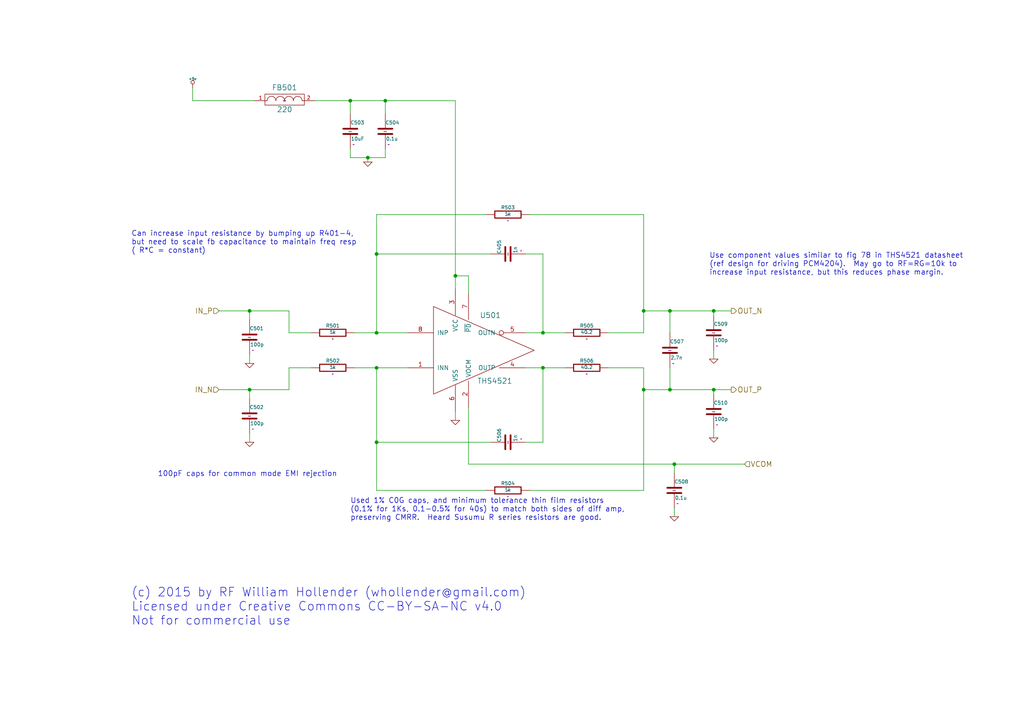
<source format=kicad_sch>
(kicad_sch (version 20250114) (generator "eeschema") (generator_version "9.0")
  (paper "A4")
  (lib_symbols
    (symbol "+5VA_2" (power) (pin_numbers (hide yes)) (pin_names (offset 0))
      (property "Value" "+5VA" (at 0 2.54 0))
      (symbol "+5VA_2_0_0"
        (pin power_in line (at 0 0 90) (length 0) (hide yes) (name "+5VA") (number "1"))
      )
      (symbol "+5VA_2_0_1"
        (circle (center 0 1.524) (radius 0.508))
        (polyline (pts (xy 0 0) (xy 0 1.016) (xy 0 1.016)))
      )
    )
    (symbol "C_11" (pin_numbers (hide yes)) (pin_names (offset 0.254))
      (property "Reference" "C" (at 0 2.54 0))
      (property "Value" "C" (at 0.1524 -2.159 0))
      (symbol "C_11_0_1"
        (polyline (pts (xy -2.032 0.762) (xy 2.032 0.762)) (stroke (width 0.508)))
        (polyline (pts (xy -2.032 -0.762) (xy 2.032 -0.762)) (stroke (width 0.508)))
      )
      (symbol "C_11_1_1"
        (pin passive line (at 0 5.08 270) (length 4.318) (name "~") (number "1"))
        (pin passive line (at 0 -5.08 90) (length 4.318) (name "~") (number "2"))
      )
    )
    (symbol "C_12" (pin_numbers (hide yes)) (pin_names (offset 0.254))
      (property "Reference" "C" (at 0 2.54 0))
      (property "Value" "C" (at 0.1524 -2.159 0))
      (symbol "C_12_0_1"
        (polyline (pts (xy -2.032 0.762) (xy 2.032 0.762)) (stroke (width 0.508)))
        (polyline (pts (xy -2.032 -0.762) (xy 2.032 -0.762)) (stroke (width 0.508)))
      )
      (symbol "C_12_1_1"
        (pin passive line (at 0 5.08 270) (length 4.318) (name "~") (number "1"))
        (pin passive line (at 0 -5.08 90) (length 4.318) (name "~") (number "2"))
      )
    )
    (symbol "C_13" (pin_numbers (hide yes)) (pin_names (offset 0.254))
      (property "Reference" "C" (at 0 2.54 0))
      (property "Value" "C" (at 0.1524 -2.159 0))
      (symbol "C_13_0_1"
        (polyline (pts (xy -2.032 0.762) (xy 2.032 0.762)) (stroke (width 0.508)))
        (polyline (pts (xy -2.032 -0.762) (xy 2.032 -0.762)) (stroke (width 0.508)))
      )
      (symbol "C_13_1_1"
        (pin passive line (at 0 5.08 270) (length 4.318) (name "~") (number "1"))
        (pin passive line (at 0 -5.08 90) (length 4.318) (name "~") (number "2"))
      )
    )
    (symbol "C_14" (pin_numbers (hide yes)) (pin_names (offset 0.254))
      (property "Reference" "C" (at 0 2.54 0))
      (property "Value" "C" (at 0.1524 -2.159 0))
      (symbol "C_14_0_1"
        (polyline (pts (xy -2.032 0.762) (xy 2.032 0.762)) (stroke (width 0.508)))
        (polyline (pts (xy -2.032 -0.762) (xy 2.032 -0.762)) (stroke (width 0.508)))
      )
      (symbol "C_14_1_1"
        (pin passive line (at 0 5.08 270) (length 4.318) (name "~") (number "1"))
        (pin passive line (at 0 -5.08 90) (length 4.318) (name "~") (number "2"))
      )
    )
    (symbol "C_15" (pin_numbers (hide yes)) (pin_names (offset 0.254))
      (property "Reference" "C" (at 0 2.54 0))
      (property "Value" "C" (at 0.1524 -2.159 0))
      (symbol "C_15_0_1"
        (polyline (pts (xy -2.032 0.762) (xy 2.032 0.762)) (stroke (width 0.508)))
        (polyline (pts (xy -2.032 -0.762) (xy 2.032 -0.762)) (stroke (width 0.508)))
      )
      (symbol "C_15_1_1"
        (pin passive line (at 0 5.08 270) (length 4.318) (name "~") (number "1"))
        (pin passive line (at 0 -5.08 90) (length 4.318) (name "~") (number "2"))
      )
    )
    (symbol "C_16" (pin_numbers (hide yes)) (pin_names (offset 0.254))
      (property "Reference" "C" (at 0 2.54 0))
      (property "Value" "C" (at 0.1524 -2.159 0))
      (symbol "C_16_0_1"
        (polyline (pts (xy -2.032 0.762) (xy 2.032 0.762)) (stroke (width 0.508)))
        (polyline (pts (xy -2.032 -0.762) (xy 2.032 -0.762)) (stroke (width 0.508)))
      )
      (symbol "C_16_1_1"
        (pin passive line (at 0 5.08 270) (length 4.318) (name "~") (number "1"))
        (pin passive line (at 0 -5.08 90) (length 4.318) (name "~") (number "2"))
      )
    )
    (symbol "C_17" (pin_numbers (hide yes)) (pin_names (offset 0.254))
      (property "Reference" "C" (at 0 2.54 0))
      (property "Value" "C" (at 0.1524 -2.159 0))
      (symbol "C_17_0_1"
        (polyline (pts (xy -2.032 0.762) (xy 2.032 0.762)) (stroke (width 0.508)))
        (polyline (pts (xy -2.032 -0.762) (xy 2.032 -0.762)) (stroke (width 0.508)))
      )
      (symbol "C_17_1_1"
        (pin passive line (at 0 5.08 270) (length 4.318) (name "~") (number "1"))
        (pin passive line (at 0 -5.08 90) (length 4.318) (name "~") (number "2"))
      )
    )
    (symbol "C_18" (pin_numbers (hide yes)) (pin_names (offset 0.254))
      (property "Reference" "C" (at 0 2.54 0))
      (property "Value" "C" (at 0.1524 -2.159 0))
      (symbol "C_18_0_1"
        (polyline (pts (xy -2.032 0.762) (xy 2.032 0.762)) (stroke (width 0.508)))
        (polyline (pts (xy -2.032 -0.762) (xy 2.032 -0.762)) (stroke (width 0.508)))
      )
      (symbol "C_18_1_1"
        (pin passive line (at 0 5.08 270) (length 4.318) (name "~") (number "1"))
        (pin passive line (at 0 -5.08 90) (length 4.318) (name "~") (number "2"))
      )
    )
    (symbol "C_19" (pin_numbers (hide yes)) (pin_names (offset 0.254))
      (property "Reference" "C" (at 0 2.54 0))
      (property "Value" "C" (at 0.1524 -2.159 0))
      (symbol "C_19_0_1"
        (polyline (pts (xy -2.032 0.762) (xy 2.032 0.762)) (stroke (width 0.508)))
        (polyline (pts (xy -2.032 -0.762) (xy 2.032 -0.762)) (stroke (width 0.508)))
      )
      (symbol "C_19_1_1"
        (pin passive line (at 0 5.08 270) (length 4.318) (name "~") (number "1"))
        (pin passive line (at 0 -5.08 90) (length 4.318) (name "~") (number "2"))
      )
    )
    (symbol "C_20" (pin_numbers (hide yes)) (pin_names (offset 0.254))
      (property "Reference" "C" (at 0 2.54 0))
      (property "Value" "C" (at 0.1524 -2.159 0))
      (symbol "C_20_0_1"
        (polyline (pts (xy -2.032 0.762) (xy 2.032 0.762)) (stroke (width 0.508)))
        (polyline (pts (xy -2.032 -0.762) (xy 2.032 -0.762)) (stroke (width 0.508)))
      )
      (symbol "C_20_1_1"
        (pin passive line (at 0 5.08 270) (length 4.318) (name "~") (number "1"))
        (pin passive line (at 0 -5.08 90) (length 4.318) (name "~") (number "2"))
      )
    )
    (symbol "FILTER_2" (pin_names (offset 1.016) (hide yes))
      (property "Reference" "FB" (at 0 3.81 0))
      (property "Value" "FILTER" (at 0 -2.54 0))
      (symbol "FILTER_2_0_1"
        (rectangle (start -5.715 1.905) (end 5.715 -1.27))
        (arc (start -5.08 0) (mid -3.81 1.27) (end -2.54 0))
        (arc (start -2.54 0) (mid -1.27 1.27) (end 0 0))
        (arc (start 0 0) (mid 0 0) (end 0 0))
        (arc (start 0 0) (mid 1.27 1.27) (end 2.54 0))
        (arc (start 2.54 0) (mid 3.81 1.27) (end 5.08 0))
      )
      (symbol "FILTER_2_1_1"
        (pin passive line (at -8.89 0 0) (length 3.81) (name "1") (number "1"))
        (pin passive line (at 8.89 0 180) (length 3.81) (name "2") (number "2"))
      )
    )
    (symbol "GND_10" (power) (pin_names (offset 0))
      (symbol "GND_10_0_1"
        (polyline (pts (xy -1.27 0) (xy 0 -1.27) (xy 1.27 0) (xy -1.27 0)))
      )
      (symbol "GND_10_1_1"
        (pin power_in line (at 0 0 90) (length 0) (hide yes) (name "GND") (number "1"))
      )
    )
    (symbol "GND_11" (power) (pin_names (offset 0))
      (symbol "GND_11_0_1"
        (polyline (pts (xy -1.27 0) (xy 0 -1.27) (xy 1.27 0) (xy -1.27 0)))
      )
      (symbol "GND_11_1_1"
        (pin power_in line (at 0 0 90) (length 0) (hide yes) (name "GND") (number "1"))
      )
    )
    (symbol "GND_12" (power) (pin_names (offset 0))
      (symbol "GND_12_0_1"
        (polyline (pts (xy -1.27 0) (xy 0 -1.27) (xy 1.27 0) (xy -1.27 0)))
      )
      (symbol "GND_12_1_1"
        (pin power_in line (at 0 0 90) (length 0) (hide yes) (name "GND") (number "1"))
      )
    )
    (symbol "GND_13" (power) (pin_names (offset 0))
      (symbol "GND_13_0_1"
        (polyline (pts (xy -1.27 0) (xy 0 -1.27) (xy 1.27 0) (xy -1.27 0)))
      )
      (symbol "GND_13_1_1"
        (pin power_in line (at 0 0 90) (length 0) (hide yes) (name "GND") (number "1"))
      )
    )
    (symbol "GND_14" (power) (pin_names (offset 0))
      (symbol "GND_14_0_1"
        (polyline (pts (xy -1.27 0) (xy 0 -1.27) (xy 1.27 0) (xy -1.27 0)))
      )
      (symbol "GND_14_1_1"
        (pin power_in line (at 0 0 90) (length 0) (hide yes) (name "GND") (number "1"))
      )
    )
    (symbol "GND_8" (power) (pin_names (offset 0))
      (symbol "GND_8_0_1"
        (polyline (pts (xy -1.27 0) (xy 0 -1.27) (xy 1.27 0) (xy -1.27 0)))
      )
      (symbol "GND_8_1_1"
        (pin power_in line (at 0 0 90) (length 0) (hide yes) (name "GND") (number "1"))
      )
    )
    (symbol "GND_9" (power) (pin_names (offset 0))
      (symbol "GND_9_0_1"
        (polyline (pts (xy -1.27 0) (xy 0 -1.27) (xy 1.27 0) (xy -1.27 0)))
      )
      (symbol "GND_9_1_1"
        (pin power_in line (at 0 0 90) (length 0) (hide yes) (name "GND") (number "1"))
      )
    )
    (symbol "R_10" (pin_numbers (hide yes)) (pin_names (offset 0))
      (property "Reference" "R" (at 2.032 0 90))
      (property "Value" "R" (at 0.1778 0.0254 90))
      (symbol "R_10_0_1"
        (rectangle (start -1.016 3.81) (end 1.016 -3.81) (stroke (width 0.3048)))
      )
      (symbol "R_10_1_1"
        (pin passive line (at 0 6.35 270) (length 2.54) (name "~") (number "1"))
        (pin passive line (at 0 -6.35 90) (length 2.54) (name "~") (number "2"))
      )
    )
    (symbol "R_11" (pin_numbers (hide yes)) (pin_names (offset 0))
      (property "Reference" "R" (at 2.032 0 90))
      (property "Value" "R" (at 0.1778 0.0254 90))
      (symbol "R_11_0_1"
        (rectangle (start -1.016 3.81) (end 1.016 -3.81) (stroke (width 0.3048)))
      )
      (symbol "R_11_1_1"
        (pin passive line (at 0 6.35 270) (length 2.54) (name "~") (number "1"))
        (pin passive line (at 0 -6.35 90) (length 2.54) (name "~") (number "2"))
      )
    )
    (symbol "R_12" (pin_numbers (hide yes)) (pin_names (offset 0))
      (property "Reference" "R" (at 2.032 0 90))
      (property "Value" "R" (at 0.1778 0.0254 90))
      (symbol "R_12_0_1"
        (rectangle (start -1.016 3.81) (end 1.016 -3.81) (stroke (width 0.3048)))
      )
      (symbol "R_12_1_1"
        (pin passive line (at 0 6.35 270) (length 2.54) (name "~") (number "1"))
        (pin passive line (at 0 -6.35 90) (length 2.54) (name "~") (number "2"))
      )
    )
    (symbol "R_7" (pin_numbers (hide yes)) (pin_names (offset 0))
      (property "Reference" "R" (at 2.032 0 90))
      (property "Value" "R" (at 0.1778 0.0254 90))
      (symbol "R_7_0_1"
        (rectangle (start -1.016 3.81) (end 1.016 -3.81) (stroke (width 0.3048)))
      )
      (symbol "R_7_1_1"
        (pin passive line (at 0 6.35 270) (length 2.54) (name "~") (number "1"))
        (pin passive line (at 0 -6.35 90) (length 2.54) (name "~") (number "2"))
      )
    )
    (symbol "R_8" (pin_numbers (hide yes)) (pin_names (offset 0))
      (property "Reference" "R" (at 2.032 0 90))
      (property "Value" "R" (at 0.1778 0.0254 90))
      (symbol "R_8_0_1"
        (rectangle (start -1.016 3.81) (end 1.016 -3.81) (stroke (width 0.3048)))
      )
      (symbol "R_8_1_1"
        (pin passive line (at 0 6.35 270) (length 2.54) (name "~") (number "1"))
        (pin passive line (at 0 -6.35 90) (length 2.54) (name "~") (number "2"))
      )
    )
    (symbol "R_9" (pin_numbers (hide yes)) (pin_names (offset 0))
      (property "Reference" "R" (at 2.032 0 90))
      (property "Value" "R" (at 0.1778 0.0254 90))
      (symbol "R_9_0_1"
        (rectangle (start -1.016 3.81) (end 1.016 -3.81) (stroke (width 0.3048)))
      )
      (symbol "R_9_1_1"
        (pin passive line (at 0 6.35 270) (length 2.54) (name "~") (number "1"))
        (pin passive line (at 0 -6.35 90) (length 2.54) (name "~") (number "2"))
      )
    )
    (symbol "THS4521_2" (pin_names (offset 1.016))
      (property "Reference" "U" (at 6.35 10.16 0))
      (property "Value" "THS4521" (at 7.62 -8.89 0))
      (symbol "THS4521_2_0_1"
        (polyline (pts (xy -10.16 12.7) (xy -10.16 -12.7) (xy 19.05 0) (xy -10.16 12.7)))
      )
      (symbol "THS4521_2_1_1"
        (pin input line (at -17.78 5.08 0) (length 7.62) (name "INP") (number "8"))
        (pin input line (at -17.78 -5.08 0) (length 7.62) (name "INN") (number "1"))
        (pin power_in line (at -3.81 17.78 270) (length 7.62) (name "VCC") (number "3"))
        (pin power_in line (at -3.81 -17.78 90) (length 7.62) (name "VSS") (number "6"))
        (pin input line (at 0 16.51 270) (length 7.62) (name "~{PD}") (number "7"))
        (pin input line (at 0 -16.51 90) (length 7.62) (name "VOCM") (number "2"))
        (pin output inverted (at 16.51 5.08 180) (length 7.62) (name "OUTN") (number "5"))
        (pin output line (at 16.51 -5.08 180) (length 7.62) (name "OUTP") (number "4"))
      )
    )
  )
  (text "Can increase input resistance by bumping up R401-4,\nbut need to scale fb capacitance to maintain freq resp\n( R*C = constant)" (at 38.1 73.66 0) (effects (font (size 1.524 1.524)) (justify left bottom)))
  (text "(c) 2015 by RF William Hollender (whollender@gmail.com)\nLicensed under Creative Commons CC-BY-SA-NC v4.0\nNot for commercial use" (at 38.1 181.61 0) (effects (font (size 2.54 2.54)) (justify left bottom)))
  (text "Use component values similar to fig 78 in THS4521 datasheet\n(ref design for driving PCM4204).  May go to RF=RG=10k to \nincrease input resistance, but this reduces phase margin." (at 205.74 80.01 0) (effects (font (size 1.524 1.524)) (justify left bottom)))
  (text "Used 1% C0G caps, and minimum tolerance thin film resistors\n(0.1% for 1Ks, 0.1-0.5% for 40s) to match both sides of diff amp,\npreserving CMRR.  Heard Susumu R series resistors are good." (at 101.6 151.13 0) (effects (font (size 1.524 1.524)) (justify left bottom)))
  (text "100pF caps for common mode EMI rejection" (at 45.72 138.43 0) (effects (font (size 1.524 1.524)) (justify left bottom)))
  (junction (at 157.48 96.52))
  (junction (at 194.31 90.17))
  (junction (at 186.69 113.03))
  (junction (at 109.22 73.66))
  (junction (at 207.01 113.03))
  (junction (at 109.22 128.27))
  (junction (at 186.69 90.17))
  (junction (at 157.48 106.68))
  (junction (at 194.31 113.03))
  (junction (at 195.58 134.62))
  (junction (at 132.08 80.01))
  (junction (at 109.22 106.68))
  (junction (at 111.76 29.21))
  (junction (at 207.01 90.17))
  (junction (at 101.6 29.21))
  (junction (at 72.39 113.03))
  (junction (at 72.39 90.17))
  (junction (at 109.22 96.52))
  (junction (at 106.68 45.72))
  (wire (pts (xy 195.58 134.62) (xy 215.9 134.62)))
  (wire (pts (xy 109.22 73.66) (xy 109.22 96.52)))
  (wire (pts (xy 109.22 106.68) (xy 109.22 128.27)))
  (wire (pts (xy 111.76 33.02) (xy 111.76 29.21)))
  (wire (pts (xy 194.31 113.03) (xy 207.01 113.03)))
  (wire (pts (xy 186.69 96.52) (xy 176.53 96.52)))
  (wire (pts (xy 109.22 128.27) (xy 109.22 142.24)))
  (wire (pts (xy 152.4 96.52) (xy 157.48 96.52)))
  (wire (pts (xy 132.08 29.21) (xy 132.08 80.01)))
  (wire (pts (xy 106.68 45.72) (xy 111.76 45.72)))
  (wire (pts (xy 186.69 113.03) (xy 194.31 113.03)))
  (wire (pts (xy 101.6 33.02) (xy 101.6 29.21)))
  (wire (pts (xy 152.4 106.68) (xy 157.48 106.68)))
  (wire (pts (xy 135.89 85.09) (xy 135.89 80.01)))
  (wire (pts (xy 207.01 113.03) (xy 212.09 113.03)))
  (wire (pts (xy 90.17 96.52) (xy 83.82 96.52)))
  (wire (pts (xy 186.69 90.17) (xy 194.31 90.17)))
  (wire (pts (xy 72.39 113.03) (xy 83.82 113.03)))
  (wire (pts (xy 153.67 62.23) (xy 186.69 62.23)))
  (wire (pts (xy 72.39 102.87) (xy 72.39 105.41)))
  (wire (pts (xy 186.69 62.23) (xy 186.69 90.17)))
  (wire (pts (xy 72.39 115.57) (xy 72.39 113.03)))
  (wire (pts (xy 135.89 80.01) (xy 132.08 80.01)))
  (wire (pts (xy 63.5 113.03) (xy 72.39 113.03)))
  (wire (pts (xy 101.6 45.72) (xy 106.68 45.72)))
  (wire (pts (xy 83.82 113.03) (xy 83.82 106.68)))
  (wire (pts (xy 194.31 90.17) (xy 207.01 90.17)))
  (wire (pts (xy 207.01 124.46) (xy 207.01 127)))
  (wire (pts (xy 207.01 90.17) (xy 212.09 90.17)))
  (wire (pts (xy 109.22 142.24) (xy 140.97 142.24)))
  (wire (pts (xy 55.88 25.4) (xy 55.88 29.21)))
  (wire (pts (xy 72.39 125.73) (xy 72.39 128.27)))
  (wire (pts (xy 135.89 134.62) (xy 195.58 134.62)))
  (wire (pts (xy 186.69 106.68) (xy 176.53 106.68)))
  (wire (pts (xy 72.39 92.71) (xy 72.39 90.17)))
  (wire (pts (xy 132.08 80.01) (xy 132.08 83.82)))
  (wire (pts (xy 101.6 29.21) (xy 111.76 29.21)))
  (wire (pts (xy 157.48 128.27) (xy 157.48 106.68)))
  (wire (pts (xy 101.6 43.18) (xy 101.6 45.72)))
  (wire (pts (xy 83.82 90.17) (xy 72.39 90.17)))
  (wire (pts (xy 186.69 106.68) (xy 186.69 113.03)))
  (wire (pts (xy 106.68 46.99) (xy 106.68 45.72)))
  (wire (pts (xy 109.22 62.23) (xy 109.22 73.66)))
  (wire (pts (xy 111.76 29.21) (xy 132.08 29.21)))
  (wire (pts (xy 195.58 147.32) (xy 195.58 149.86)))
  (wire (pts (xy 207.01 114.3) (xy 207.01 113.03)))
  (wire (pts (xy 140.97 62.23) (xy 109.22 62.23)))
  (wire (pts (xy 102.87 106.68) (xy 109.22 106.68)))
  (wire (pts (xy 194.31 106.68) (xy 194.31 113.03)))
  (wire (pts (xy 109.22 128.27) (xy 142.24 128.27)))
  (wire (pts (xy 152.4 128.27) (xy 157.48 128.27)))
  (wire (pts (xy 207.01 101.6) (xy 207.01 104.14)))
  (wire (pts (xy 102.87 96.52) (xy 109.22 96.52)))
  (wire (pts (xy 142.24 73.66) (xy 109.22 73.66)))
  (wire (pts (xy 207.01 91.44) (xy 207.01 90.17)))
  (wire (pts (xy 157.48 73.66) (xy 157.48 96.52)))
  (wire (pts (xy 157.48 106.68) (xy 163.83 106.68)))
  (wire (pts (xy 135.89 134.62) (xy 135.89 118.11)))
  (wire (pts (xy 132.08 119.38) (xy 132.08 121.92)))
  (wire (pts (xy 55.88 29.21) (xy 73.66 29.21)))
  (wire (pts (xy 109.22 106.68) (xy 118.11 106.68)))
  (wire (pts (xy 157.48 96.52) (xy 163.83 96.52)))
  (wire (pts (xy 83.82 106.68) (xy 90.17 106.68)))
  (wire (pts (xy 111.76 45.72) (xy 111.76 43.18)))
  (wire (pts (xy 186.69 142.24) (xy 153.67 142.24)))
  (wire (pts (xy 109.22 96.52) (xy 118.11 96.52)))
  (wire (pts (xy 194.31 96.52) (xy 194.31 90.17)))
  (wire (pts (xy 83.82 96.52) (xy 83.82 90.17)))
  (wire (pts (xy 152.4 73.66) (xy 157.48 73.66)))
  (wire (pts (xy 195.58 137.16) (xy 195.58 134.62)))
  (wire (pts (xy 72.39 90.17) (xy 63.5 90.17)))
  (wire (pts (xy 91.44 29.21) (xy 101.6 29.21)))
  (wire (pts (xy 186.69 113.03) (xy 186.69 142.24)))
  (wire (pts (xy 186.69 90.17) (xy 186.69 96.52)))
  (hierarchical_label "OUT_P" (shape output) (at 212.09 113.03 0) (effects (font (size 1.524 1.524))))
  (hierarchical_label "IN_P" (shape input) (at 63.5 90.17 180) (effects (font (size 1.524 1.524))))
  (hierarchical_label "OUT_N" (shape output) (at 212.09 90.17 0) (effects (font (size 1.524 1.524))))
  (hierarchical_label "IN_N" (shape input) (at 63.5 113.03 180) (effects (font (size 1.524 1.524))))
  (hierarchical_label "VCOM" (shape input) (at 215.9 134.62 0) (effects (font (size 1.524 1.524))))
  (symbol (lib_name "THS4521_2") (lib_id "SuperAudioBoard-rescue:THS4521") (at 135.89 101.6 0) (unit 1)
    (property "Reference" "U401" (at 142.24 91.44 0) (effects (font (size 1.524 1.524))))
    (property "Value" "THS4521" (at 143.51 110.49 0) (effects (font (size 1.524 1.524))))
    (property "MFG 1 Name" "TI" (effects (hide yes)))
    (property "MFG1 PN" "THS4521ID" (effects (hide yes)))
    (instances (project "CM5IO" (path "" (reference "U501") (unit 1)) (path "" (reference "U401") (unit 1))))
  )
  (symbol (lib_name "R_8") (lib_id "SuperAudioBoard-rescue:R") (at 96.52 96.52 90) (unit 1)
    (property "Reference" "R401" (at 96.52 94.488 90) (effects (font (size 1.016 1.016))))
    (property "Value" "1k" (at 96.4946 96.3422 90) (effects (font (size 1.016 1.016))))
    (property "Footprint" "~" (at 96.52 98.298 90) (effects (font (size 0.762 0.762))))
    (property "Datasheet" "~" (at 96.52 96.52 0) (effects (font (size 0.762 0.762))))
    (property "MFG 1 Name" "Susumu" (effects (hide yes)))
    (property "MFG1 PN" "RG2012P-102-B-T5" (effects (hide yes)))
    (property "MFG 2 Name" "Vishay Dale" (effects (hide yes)))
    (property "MFG 2 PN" "TNPW08051K00BEEA" (effects (hide yes)))
    (instances (project "CM5IO" (path "" (reference "R501") (unit 1)) (path "" (reference "R401") (unit 1))))
  )
  (symbol (lib_name "R_11") (lib_id "SuperAudioBoard-rescue:R") (at 170.18 96.52 90) (unit 1)
    (property "Reference" "R405" (at 170.18 94.488 90) (effects (font (size 1.016 1.016))))
    (property "Value" "40.2" (at 170.1546 96.3422 90) (effects (font (size 1.016 1.016))))
    (property "Footprint" "~" (at 170.18 98.298 90) (effects (font (size 0.762 0.762))))
    (property "Datasheet" "~" (at 170.18 96.52 0) (effects (font (size 0.762 0.762))))
    (property "MFG 1 Name" "Susumu" (effects (hide yes)))
    (property "MFG1 PN" "RR1220Q-40R2-D-M" (effects (hide yes)))
    (property "MFG 2 Name" "TE Connectivity" (effects (hide yes)))
    (property "MFG 2 PN" "8-1625868-5" (effects (hide yes)))
    (instances (project "CM5IO" (path "" (reference "R505") (unit 1)) (path "" (reference "R405") (unit 1))))
  )
  (symbol (lib_name "C_18") (lib_id "SuperAudioBoard-rescue:C") (at 147.32 73.66 90) (unit 1)
    (property "Reference" "C405" (at 144.78 73.66 0) (effects (font (size 1.016 1.016)) (justify left)))
    (property "Value" "1n" (at 149.479 73.5076 0) (effects (font (size 1.016 1.016)) (justify left)))
    (property "Footprint" "~" (at 151.13 72.6948 0) (effects (font (size 0.762 0.762))))
    (property "Datasheet" "~" (at 147.32 73.66 0) (effects (font (size 1.524 1.524))))
    (property "MFG 1 Name" "Murata" (effects (hide yes)))
    (property "MFG1 PN" "GRM2165C1H102FA01D" (effects (hide yes)))
    (property "MFG 2 Name" "Kemet" (effects (hide yes)))
    (property "MFG 2 PN" "C0805C102F5GACTU" (effects (hide yes)))
    (property "MFG 3 Name" "AVX" (effects (hide yes)))
    (property "MFG 3 PN" "08055A102FAT2A" (effects (hide yes)))
  )
  (symbol (lib_name "C_11") (lib_id "SuperAudioBoard-rescue:C") (at 194.31 101.6 0) (unit 1)
    (property "Reference" "C407" (at 194.31 99.06 0) (effects (font (size 1.016 1.016)) (justify left)))
    (property "Value" "2.7n" (at 194.4624 103.759 0) (effects (font (size 1.016 1.016)) (justify left)))
    (property "Footprint" "~" (at 195.2752 105.41 0) (effects (font (size 0.762 0.762))))
    (property "Datasheet" "~" (at 194.31 101.6 0) (effects (font (size 1.524 1.524))))
    (property "MFG 1 Name" "Murata" (effects (hide yes)))
    (property "MFG1 PN" "GRM2165C1H272JA01D" (effects (hide yes)))
    (property "MFG 2 Name" "TDK" (effects (hide yes)))
    (property "MFG 2 PN" "C2012NP01H272J060AA" (effects (hide yes)))
    (instances (project "CM5IO" (path "" (reference "C507") (unit 1)) (path "" (reference "C407") (unit 1))))
  )
  (symbol (lib_name "FILTER_2") (lib_id "SuperAudioBoard-rescue:FILTER") (at 82.55 29.21 0) (unit 1)
    (property "Reference" "FB401" (at 82.55 25.4 0) (effects (font (size 1.524 1.524))))
    (property "Value" "220" (at 82.55 31.75 0) (effects (font (size 1.524 1.524))))
    (property "Footprint" "~" (at 82.55 29.21 0) (effects (font (size 1.524 1.524))))
    (property "Datasheet" "~" (at 82.55 29.21 0) (effects (font (size 1.524 1.524))))
    (property "MFG 1 Name" "Murata" (effects (hide yes)))
    (property "MFG1 PN" "BLM18AG221SN1" (effects (hide yes)))
    (property "MFG 2 Name" "TDK" (effects (hide yes)))
    (property "MFG 2 PN" "MMZ1608B221CTAH0" (effects (hide yes)))
    (instances (project "CM5IO" (path "" (reference "FB501") (unit 1)) (path "" (reference "FB401") (unit 1))))
  )
  (symbol (lib_name "C_16") (lib_id "SuperAudioBoard-rescue:C") (at 111.76 38.1 0) (unit 1)
    (property "Reference" "C404" (at 111.76 35.56 0) (effects (font (size 1.016 1.016)) (justify left)))
    (property "Value" "0.1u" (at 111.9124 40.259 0) (effects (font (size 1.016 1.016)) (justify left)))
    (property "Footprint" "~" (at 112.7252 41.91 0) (effects (font (size 0.762 0.762))))
    (property "Datasheet" "~" (at 111.76 38.1 0) (effects (font (size 1.524 1.524))))
    (property "MFG 1 Name" "Murata" (effects (hide yes)))
    (property "MFG1 PN" "GRM188R71E104KA01" (effects (hide yes)))
    (property "MFG 2 Name" "TDK" (effects (hide yes)))
    (property "MFG 2 PN" "C1608X7R1E104K080AA" (effects (hide yes)))
    (instances (project "CM5IO" (path "" (reference "C504") (unit 1)) (path "" (reference "C404") (unit 1))))
  )
  (symbol (lib_name "C_17") (lib_id "SuperAudioBoard-rescue:C") (at 101.6 38.1 0) (unit 1)
    (property "Reference" "C403" (at 101.6 35.56 0) (effects (font (size 1.016 1.016)) (justify left)))
    (property "Value" "10uF" (at 101.7524 40.259 0) (effects (font (size 1.016 1.016)) (justify left)))
    (property "Footprint" "~" (at 102.5652 41.91 0) (effects (font (size 0.762 0.762))))
    (property "Datasheet" "~" (at 101.6 38.1 0) (effects (font (size 1.524 1.524))))
    (property "MFG 1 Name" "Murata" (effects (hide yes)))
    (property "MFG1 PN" "GRM32DR71E106KA12" (effects (hide yes)))
    (property "MFG 2 Name" "TDK" (effects (hide yes)))
    (property "MFG 2 PN" "C3225X7R1E106K250AC" (effects (hide yes)))
    (instances (project "CM5IO" (path "" (reference "C503") (unit 1)) (path "" (reference "C403") (unit 1))))
  )
  (symbol (lib_name "C_15") (lib_id "SuperAudioBoard-rescue:C") (at 72.39 97.79 0) (unit 1)
    (property "Reference" "C401" (at 72.39 95.25 0) (effects (font (size 1.016 1.016)) (justify left)))
    (property "Value" "100p" (at 72.5424 99.949 0) (effects (font (size 1.016 1.016)) (justify left)))
    (property "Footprint" "~" (at 73.3552 101.6 0) (effects (font (size 0.762 0.762))))
    (property "Datasheet" "~" (at 72.39 97.79 0) (effects (font (size 1.524 1.524))))
    (property "MFG 1 Name" "Murata" (effects (hide yes)))
    (property "MFG1 PN" "GRM1885C1H101JA01D" (effects (hide yes)))
    (property "MFG 2 Name" "TDK" (effects (hide yes)))
    (property "MFG 2 PN" "C1608C0G1H101J080AA" (effects (hide yes)))
    (property "MFG 3 Name" "Kemet" (effects (hide yes)))
    (property "MFG 3 PN" "C0603C101J5GACTU" (effects (hide yes)))
    (instances (project "CM5IO" (path "" (reference "C501") (unit 1)) (path "" (reference "C401") (unit 1))))
  )
  (symbol (lib_name "C_13") (lib_id "SuperAudioBoard-rescue:C") (at 195.58 142.24 0) (unit 1)
    (property "Reference" "C408" (at 195.58 139.7 0) (effects (font (size 1.016 1.016)) (justify left)))
    (property "Value" "0.1u" (at 195.7324 144.399 0) (effects (font (size 1.016 1.016)) (justify left)))
    (property "Footprint" "~" (at 196.5452 146.05 0) (effects (font (size 0.762 0.762))))
    (property "Datasheet" "~" (at 195.58 142.24 0) (effects (font (size 1.524 1.524))))
    (property "MFG 1 Name" "Murata" (effects (hide yes)))
    (property "MFG1 PN" "GRM188R71E104KA01" (effects (hide yes)))
    (property "MFG 2 Name" "TDK" (effects (hide yes)))
    (property "MFG 2 PN" "C1608X7R1E104K080AA" (effects (hide yes)))
    (instances (project "CM5IO" (path "" (reference "C508") (unit 1)) (path "" (reference "C408") (unit 1))))
  )
  (symbol (lib_name "C_14") (lib_id "SuperAudioBoard-rescue:C") (at 72.39 120.65 0) (unit 1)
    (property "Reference" "C402" (at 72.39 118.11 0) (effects (font (size 1.016 1.016)) (justify left)))
    (property "Value" "100p" (at 72.5424 122.809 0) (effects (font (size 1.016 1.016)) (justify left)))
    (property "Footprint" "~" (at 73.3552 124.46 0) (effects (font (size 0.762 0.762))))
    (property "Datasheet" "~" (at 72.39 120.65 0) (effects (font (size 1.524 1.524))))
    (property "MFG 1 Name" "Murata" (effects (hide yes)))
    (property "MFG1 PN" "GRM1885C1H101JA01D" (effects (hide yes)))
    (property "MFG 2 Name" "TDK" (effects (hide yes)))
    (property "MFG 2 PN" "C1608C0G1H101J080AA" (effects (hide yes)))
    (property "MFG 3 Name" "Kemet" (effects (hide yes)))
    (property "MFG 3 PN" "C0603C101J5GACTU" (effects (hide yes)))
    (instances (project "CM5IO" (path "" (reference "C502") (unit 1)) (path "" (reference "C402") (unit 1))))
  )
  (symbol (lib_name "C_12") (lib_id "SuperAudioBoard-rescue:C") (at 207.01 96.52 0) (unit 1)
    (property "Reference" "C409" (at 207.01 93.98 0) (effects (font (size 1.016 1.016)) (justify left)))
    (property "Value" "100p" (at 207.1624 98.679 0) (effects (font (size 1.016 1.016)) (justify left)))
    (property "Footprint" "~" (at 207.9752 100.33 0) (effects (font (size 0.762 0.762))))
    (property "Datasheet" "~" (at 207.01 96.52 0) (effects (font (size 1.524 1.524))))
    (property "MFG 1 Name" "Murata" (effects (hide yes)))
    (property "MFG1 PN" "GRM1885C1H101JA01D" (effects (hide yes)))
    (property "MFG 2 Name" "TDK" (effects (hide yes)))
    (property "MFG 2 PN" "C1608C0G1H101J080AA" (effects (hide yes)))
    (property "MFG 3 Name" "Kemet" (effects (hide yes)))
    (property "MFG 3 PN" "C0603C101J5GACTU" (effects (hide yes)))
    (instances (project "CM5IO" (path "" (reference "C509") (unit 1)) (path "" (reference "C409") (unit 1))))
  )
  (symbol (lib_name "C_19") (lib_id "SuperAudioBoard-rescue:C") (at 207.01 119.38 0) (unit 1)
    (property "Reference" "C410" (at 207.01 116.84 0) (effects (font (size 1.016 1.016)) (justify left)))
    (property "Value" "100p" (at 207.1624 121.539 0) (effects (font (size 1.016 1.016)) (justify left)))
    (property "Footprint" "~" (at 207.9752 123.19 0) (effects (font (size 0.762 0.762))))
    (property "Datasheet" "~" (at 207.01 119.38 0) (effects (font (size 1.524 1.524))))
    (property "MFG 1 Name" "Murata" (effects (hide yes)))
    (property "MFG1 PN" "GRM1885C1H101JA01D" (effects (hide yes)))
    (property "MFG 2 Name" "TDK" (effects (hide yes)))
    (property "MFG 2 PN" "C1608C0G1H101J080AA" (effects (hide yes)))
    (property "MFG 3 Name" "Kemet" (effects (hide yes)))
    (property "MFG 3 PN" "C0603C101J5GACTU" (effects (hide yes)))
    (instances (project "CM5IO" (path "" (reference "C510") (unit 1)) (path "" (reference "C410") (unit 1))))
  )
  (symbol (lib_name "C_20") (lib_id "SuperAudioBoard-rescue:C") (at 147.32 128.27 90) (unit 1)
    (property "Reference" "C406" (at 144.78 128.27 0) (effects (font (size 1.016 1.016)) (justify left)))
    (property "Value" "1n" (at 149.479 128.1176 0) (effects (font (size 1.016 1.016)) (justify left)))
    (property "Footprint" "~" (at 151.13 127.3048 0) (effects (font (size 0.762 0.762))))
    (property "Datasheet" "~" (at 147.32 128.27 0) (effects (font (size 1.524 1.524))))
    (property "MFG 1 Name" "Murata" (effects (hide yes)))
    (property "MFG1 PN" "GRM2165C1H102FA01D" (effects (hide yes)))
    (property "MFG 2 Name" "Kemet" (effects (hide yes)))
    (property "MFG 2 PN" "C0805C102F5GACTU" (effects (hide yes)))
    (property "MFG 3 Name" "AVX" (effects (hide yes)))
    (property "MFG 3 PN" "08055A102FAT2A" (effects (hide yes)))
    (instances (project "CM5IO" (path "" (reference "C506") (unit 1)) (path "" (reference "C406") (unit 1))))
  )
  (symbol (lib_name "R_7") (lib_id "SuperAudioBoard-rescue:R") (at 96.52 106.68 90) (unit 1)
    (property "Reference" "R402" (at 96.52 104.648 90) (effects (font (size 1.016 1.016))))
    (property "Value" "1k" (at 96.4946 106.5022 90) (effects (font (size 1.016 1.016))))
    (property "Footprint" "~" (at 96.52 108.458 90) (effects (font (size 0.762 0.762))))
    (property "Datasheet" "~" (at 96.52 106.68 0) (effects (font (size 0.762 0.762))))
    (property "MFG 1 Name" "Susumu" (effects (hide yes)))
    (property "MFG1 PN" "RG2012P-102-B-T5" (effects (hide yes)))
    (property "MFG 2 Name" "Vishay Dale" (effects (hide yes)))
    (property "MFG 2 PN" "TNPW08051K00BEEA" (effects (hide yes)))
    (instances (project "CM5IO" (path "" (reference "R502") (unit 1)) (path "" (reference "R402") (unit 1))))
  )
  (symbol (lib_name "R_9") (lib_id "SuperAudioBoard-rescue:R") (at 147.32 62.23 90) (unit 1)
    (property "Reference" "R403" (at 147.32 60.198 90) (effects (font (size 1.016 1.016))))
    (property "Value" "1k" (at 147.2946 62.0522 90) (effects (font (size 1.016 1.016))))
    (property "Footprint" "~" (at 147.32 64.008 90) (effects (font (size 0.762 0.762))))
    (property "Datasheet" "~" (at 147.32 62.23 0) (effects (font (size 0.762 0.762))))
    (property "MFG 1 Name" "Susumu" (effects (hide yes)))
    (property "MFG1 PN" "RG2012P-102-B-T5" (effects (hide yes)))
    (property "MFG 2 Name" "Vishay Dale" (effects (hide yes)))
    (property "MFG 2 PN" "TNPW08051K00BEEA" (effects (hide yes)))
    (instances (project "CM5IO" (path "" (reference "R503") (unit 1)) (path "" (reference "R403") (unit 1))))
  )
  (symbol (lib_name "R_12") (lib_id "SuperAudioBoard-rescue:R") (at 147.32 142.24 90) (unit 1)
    (property "Reference" "R404" (at 147.32 140.208 90) (effects (font (size 1.016 1.016))))
    (property "Value" "1k" (at 147.2946 142.0622 90) (effects (font (size 1.016 1.016))))
    (property "Footprint" "~" (at 147.32 144.018 90) (effects (font (size 0.762 0.762))))
    (property "Datasheet" "~" (at 147.32 142.24 0) (effects (font (size 0.762 0.762))))
    (property "MFG 1 Name" "Susumu" (effects (hide yes)))
    (property "MFG1 PN" "RG2012P-102-B-T5" (effects (hide yes)))
    (property "MFG 2 Name" "Vishay Dale" (effects (hide yes)))
    (property "MFG 2 PN" "TNPW08051K00BEEA" (effects (hide yes)))
    (instances (project "CM5IO" (path "" (reference "R504") (unit 1)) (path "" (reference "R404") (unit 1))))
  )
  (symbol (lib_name "R_10") (lib_id "SuperAudioBoard-rescue:R") (at 170.18 106.68 90) (unit 1)
    (property "Reference" "R406" (at 170.18 104.648 90) (effects (font (size 1.016 1.016))))
    (property "Value" "40.2" (at 170.1546 106.5022 90) (effects (font (size 1.016 1.016))))
    (property "Footprint" "~" (at 170.18 108.458 90) (effects (font (size 0.762 0.762))))
    (property "Datasheet" "~" (at 170.18 106.68 0) (effects (font (size 0.762 0.762))))
    (property "MFG 1 Name" "Susumu" (effects (hide yes)))
    (property "MFG1 PN" "RR1220Q-40R2-D-M" (effects (hide yes)))
    (property "MFG 2 Name" "TE Connectivity" (effects (hide yes)))
    (property "MFG 2 PN" "8-1625868-5" (effects (hide yes)))
    (instances (project "CM5IO" (path "" (reference "R506") (unit 1)) (path "" (reference "R406") (unit 1))))
  )
  (symbol (lib_name "+5VA_2") (lib_id "SuperAudioBoard-rescue:+5VA") (at 55.88 25.4 0) (unit 1)
    (property "Reference" "#PWR049" (effects (hide yes)))
    (property "Value" "+5v" (at 55.88 22.86 0) (effects (font (size 0.762 0.762))))
  )
  (symbol (lib_name "GND_14") (lib_id "SuperAudioBoard-rescue:GND") (at 106.68 46.99 0) (unit 1)
    (property "Reference" "#PWR052" (effects (hide yes)))
    (property "Value" "GND" (effects (hide yes)))
  )
  (symbol (lib_name "GND_9") (lib_id "SuperAudioBoard-rescue:GND") (at 207.01 127 0) (unit 1)
    (property "Reference" "#PWR056" (effects (hide yes)))
    (property "Value" "GND" (effects (hide yes)))
  )
  (symbol (lib_name "GND_12") (lib_id "SuperAudioBoard-rescue:GND") (at 72.39 128.27 0) (unit 1)
    (property "Reference" "#PWR051" (effects (hide yes)))
    (property "Value" "GND" (effects (hide yes)))
  )
  (symbol (lib_name "GND_13") (lib_id "SuperAudioBoard-rescue:GND") (at 72.39 105.41 0) (unit 1)
    (property "Reference" "#PWR050" (effects (hide yes)))
    (property "Value" "GND" (effects (hide yes)))
  )
  (symbol (lib_name "GND_11") (lib_id "SuperAudioBoard-rescue:GND") (at 132.08 121.92 0) (unit 1)
    (property "Reference" "#PWR053" (effects (hide yes)))
    (property "Value" "GND" (effects (hide yes)))
  )
  (symbol (lib_name "GND_8") (lib_id "SuperAudioBoard-rescue:GND") (at 195.58 149.86 0) (unit 1)
    (property "Reference" "#PWR054" (effects (hide yes)))
    (property "Value" "GND" (effects (hide yes)))
  )
  (symbol (lib_name "GND_10") (lib_id "SuperAudioBoard-rescue:GND") (at 207.01 104.14 0) (unit 1)
    (property "Reference" "#PWR055" (effects (hide yes)))
    (property "Value" "GND" (effects (hide yes)))
  )
)
</source>
